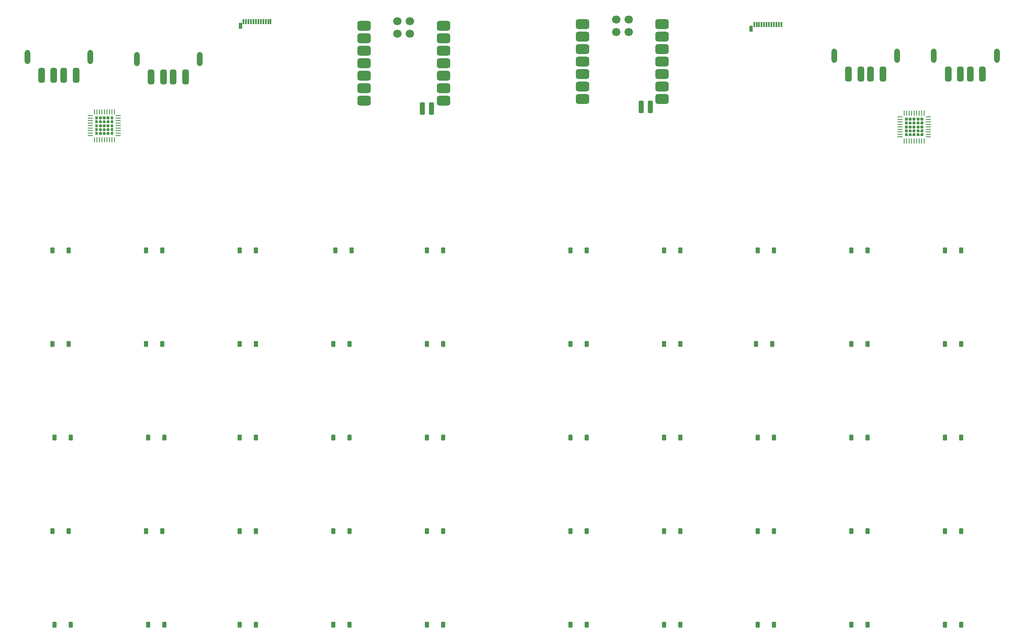
<source format=gbr>
%TF.GenerationSoftware,KiCad,Pcbnew,9.0.2*%
%TF.CreationDate,2025-10-08T19:34:12-05:00*%
%TF.ProjectId,keeb,6b656562-2e6b-4696-9361-645f70636258,rev?*%
%TF.SameCoordinates,Original*%
%TF.FileFunction,Paste,Top*%
%TF.FilePolarity,Positive*%
%FSLAX46Y46*%
G04 Gerber Fmt 4.6, Leading zero omitted, Abs format (unit mm)*
G04 Created by KiCad (PCBNEW 9.0.2) date 2025-10-08 19:34:12*
%MOMM*%
%LPD*%
G01*
G04 APERTURE LIST*
G04 Aperture macros list*
%AMRoundRect*
0 Rectangle with rounded corners*
0 $1 Rounding radius*
0 $2 $3 $4 $5 $6 $7 $8 $9 X,Y pos of 4 corners*
0 Add a 4 corners polygon primitive as box body*
4,1,4,$2,$3,$4,$5,$6,$7,$8,$9,$2,$3,0*
0 Add four circle primitives for the rounded corners*
1,1,$1+$1,$2,$3*
1,1,$1+$1,$4,$5*
1,1,$1+$1,$6,$7*
1,1,$1+$1,$8,$9*
0 Add four rect primitives between the rounded corners*
20,1,$1+$1,$2,$3,$4,$5,0*
20,1,$1+$1,$4,$5,$6,$7,0*
20,1,$1+$1,$6,$7,$8,$9,0*
20,1,$1+$1,$8,$9,$2,$3,0*%
G04 Aperture macros list end*
%ADD10C,0.000000*%
%ADD11R,1.066800X0.254000*%
%ADD12R,0.254000X1.066800*%
%ADD13RoundRect,0.225000X-0.225000X-0.375000X0.225000X-0.375000X0.225000X0.375000X-0.225000X0.375000X0*%
%ADD14O,1.200000X2.900000*%
%ADD15RoundRect,0.325000X0.325000X1.175000X-0.325000X1.175000X-0.325000X-1.175000X0.325000X-1.175000X0*%
%ADD16RoundRect,0.500000X-0.875000X-0.500000X0.875000X-0.500000X0.875000X0.500000X-0.875000X0.500000X0*%
%ADD17RoundRect,0.275000X-0.275000X0.975000X-0.275000X-0.975000X0.275000X-0.975000X0.275000X0.975000X0*%
%ADD18C,1.700000*%
%ADD19R,0.380000X1.000000*%
%ADD20R,0.700000X1.150000*%
G04 APERTURE END LIST*
D10*
%TO.C,U4*%
G36*
X55868900Y-50647479D02*
G01*
X55727479Y-50788900D01*
X55294530Y-50788900D01*
X55294530Y-50214530D01*
X55868900Y-50214530D01*
X55868900Y-50647479D01*
G37*
G36*
X55868900Y-53492521D02*
G01*
X55868900Y-53925470D01*
X55294530Y-53925470D01*
X55294530Y-53351100D01*
X55727479Y-53351100D01*
X55868900Y-53492521D01*
G37*
G36*
X59005470Y-50788900D02*
G01*
X58572521Y-50788900D01*
X58431100Y-50647479D01*
X58431100Y-50214530D01*
X59005470Y-50214530D01*
X59005470Y-50788900D01*
G37*
G36*
X59005470Y-53925470D02*
G01*
X58431100Y-53925470D01*
X58431100Y-53492521D01*
X58572521Y-53351100D01*
X59005470Y-53351100D01*
X59005470Y-53925470D01*
G37*
G36*
X55868900Y-51130321D02*
G01*
X55868900Y-51434879D01*
X55727479Y-51576300D01*
X55294530Y-51576300D01*
X55294530Y-50988900D01*
X55727479Y-50988900D01*
X55868900Y-51130321D01*
G37*
G36*
X55868900Y-51917721D02*
G01*
X55868900Y-52222279D01*
X55727479Y-52363700D01*
X55294530Y-52363700D01*
X55294530Y-51776300D01*
X55727479Y-51776300D01*
X55868900Y-51917721D01*
G37*
G36*
X55868900Y-52705121D02*
G01*
X55868900Y-53009679D01*
X55727479Y-53151100D01*
X55294530Y-53151100D01*
X55294530Y-52563700D01*
X55727479Y-52563700D01*
X55868900Y-52705121D01*
G37*
G36*
X56656300Y-50647479D02*
G01*
X56514879Y-50788900D01*
X56210321Y-50788900D01*
X56068900Y-50647479D01*
X56068900Y-50214530D01*
X56656300Y-50214530D01*
X56656300Y-50647479D01*
G37*
G36*
X56656300Y-53492521D02*
G01*
X56656300Y-53925470D01*
X56068900Y-53925470D01*
X56068900Y-53492521D01*
X56210321Y-53351100D01*
X56514879Y-53351100D01*
X56656300Y-53492521D01*
G37*
G36*
X57443700Y-50647479D02*
G01*
X57302279Y-50788900D01*
X56997721Y-50788900D01*
X56856300Y-50647479D01*
X56856300Y-50214530D01*
X57443700Y-50214530D01*
X57443700Y-50647479D01*
G37*
G36*
X57443700Y-53492521D02*
G01*
X57443700Y-53925470D01*
X56856300Y-53925470D01*
X56856300Y-53492521D01*
X56997721Y-53351100D01*
X57302279Y-53351100D01*
X57443700Y-53492521D01*
G37*
G36*
X58231100Y-50647479D02*
G01*
X58089679Y-50788900D01*
X57785121Y-50788900D01*
X57643700Y-50647479D01*
X57643700Y-50214530D01*
X58231100Y-50214530D01*
X58231100Y-50647479D01*
G37*
G36*
X58231100Y-53492521D02*
G01*
X58231100Y-53925470D01*
X57643700Y-53925470D01*
X57643700Y-53492521D01*
X57785121Y-53351100D01*
X58089679Y-53351100D01*
X58231100Y-53492521D01*
G37*
G36*
X59005470Y-51576300D02*
G01*
X58572521Y-51576300D01*
X58431100Y-51434879D01*
X58431100Y-51130321D01*
X58572521Y-50988900D01*
X59005470Y-50988900D01*
X59005470Y-51576300D01*
G37*
G36*
X59005470Y-52363700D02*
G01*
X58572521Y-52363700D01*
X58431100Y-52222279D01*
X58431100Y-51917721D01*
X58572521Y-51776300D01*
X59005470Y-51776300D01*
X59005470Y-52363700D01*
G37*
G36*
X59005470Y-53151100D02*
G01*
X58572521Y-53151100D01*
X58431100Y-53009679D01*
X58431100Y-52705121D01*
X58572521Y-52563700D01*
X59005470Y-52563700D01*
X59005470Y-53151100D01*
G37*
G36*
X56656300Y-51130321D02*
G01*
X56656300Y-51434879D01*
X56514879Y-51576300D01*
X56210321Y-51576300D01*
X56068900Y-51434879D01*
X56068900Y-51130321D01*
X56210321Y-50988900D01*
X56514879Y-50988900D01*
X56656300Y-51130321D01*
G37*
G36*
X56656300Y-51917721D02*
G01*
X56656300Y-52222279D01*
X56514879Y-52363700D01*
X56210321Y-52363700D01*
X56068900Y-52222279D01*
X56068900Y-51917721D01*
X56210321Y-51776300D01*
X56514879Y-51776300D01*
X56656300Y-51917721D01*
G37*
G36*
X56656300Y-52705121D02*
G01*
X56656300Y-53009679D01*
X56514879Y-53151100D01*
X56210321Y-53151100D01*
X56068900Y-53009679D01*
X56068900Y-52705121D01*
X56210321Y-52563700D01*
X56514879Y-52563700D01*
X56656300Y-52705121D01*
G37*
G36*
X57443700Y-51130321D02*
G01*
X57443700Y-51434879D01*
X57302279Y-51576300D01*
X56997721Y-51576300D01*
X56856300Y-51434879D01*
X56856300Y-51130321D01*
X56997721Y-50988900D01*
X57302279Y-50988900D01*
X57443700Y-51130321D01*
G37*
G36*
X57443700Y-51917721D02*
G01*
X57443700Y-52222279D01*
X57302279Y-52363700D01*
X56997721Y-52363700D01*
X56856300Y-52222279D01*
X56856300Y-51917721D01*
X56997721Y-51776300D01*
X57302279Y-51776300D01*
X57443700Y-51917721D01*
G37*
G36*
X57443700Y-52705121D02*
G01*
X57443700Y-53009679D01*
X57302279Y-53151100D01*
X56997721Y-53151100D01*
X56856300Y-53009679D01*
X56856300Y-52705121D01*
X56997721Y-52563700D01*
X57302279Y-52563700D01*
X57443700Y-52705121D01*
G37*
G36*
X58231100Y-51130321D02*
G01*
X58231100Y-51434879D01*
X58089679Y-51576300D01*
X57785121Y-51576300D01*
X57643700Y-51434879D01*
X57643700Y-51130321D01*
X57785121Y-50988900D01*
X58089679Y-50988900D01*
X58231100Y-51130321D01*
G37*
G36*
X58231100Y-51917721D02*
G01*
X58231100Y-52222279D01*
X58089679Y-52363700D01*
X57785121Y-52363700D01*
X57643700Y-52222279D01*
X57643700Y-51917721D01*
X57785121Y-51776300D01*
X58089679Y-51776300D01*
X58231100Y-51917721D01*
G37*
G36*
X58231100Y-52705121D02*
G01*
X58231100Y-53009679D01*
X58089679Y-53151100D01*
X57785121Y-53151100D01*
X57643700Y-53009679D01*
X57643700Y-52705121D01*
X57785121Y-52563700D01*
X58089679Y-52563700D01*
X58231100Y-52705121D01*
G37*
%TO.C,U3*%
G36*
X220664100Y-50901479D02*
G01*
X220522679Y-51042900D01*
X220089730Y-51042900D01*
X220089730Y-50468530D01*
X220664100Y-50468530D01*
X220664100Y-50901479D01*
G37*
G36*
X220664100Y-53746521D02*
G01*
X220664100Y-54179470D01*
X220089730Y-54179470D01*
X220089730Y-53605100D01*
X220522679Y-53605100D01*
X220664100Y-53746521D01*
G37*
G36*
X223800670Y-51042900D02*
G01*
X223367721Y-51042900D01*
X223226300Y-50901479D01*
X223226300Y-50468530D01*
X223800670Y-50468530D01*
X223800670Y-51042900D01*
G37*
G36*
X223800670Y-54179470D02*
G01*
X223226300Y-54179470D01*
X223226300Y-53746521D01*
X223367721Y-53605100D01*
X223800670Y-53605100D01*
X223800670Y-54179470D01*
G37*
G36*
X220664100Y-51384321D02*
G01*
X220664100Y-51688879D01*
X220522679Y-51830300D01*
X220089730Y-51830300D01*
X220089730Y-51242900D01*
X220522679Y-51242900D01*
X220664100Y-51384321D01*
G37*
G36*
X220664100Y-52171721D02*
G01*
X220664100Y-52476279D01*
X220522679Y-52617700D01*
X220089730Y-52617700D01*
X220089730Y-52030300D01*
X220522679Y-52030300D01*
X220664100Y-52171721D01*
G37*
G36*
X220664100Y-52959121D02*
G01*
X220664100Y-53263679D01*
X220522679Y-53405100D01*
X220089730Y-53405100D01*
X220089730Y-52817700D01*
X220522679Y-52817700D01*
X220664100Y-52959121D01*
G37*
G36*
X221451500Y-50901479D02*
G01*
X221310079Y-51042900D01*
X221005521Y-51042900D01*
X220864100Y-50901479D01*
X220864100Y-50468530D01*
X221451500Y-50468530D01*
X221451500Y-50901479D01*
G37*
G36*
X221451500Y-53746521D02*
G01*
X221451500Y-54179470D01*
X220864100Y-54179470D01*
X220864100Y-53746521D01*
X221005521Y-53605100D01*
X221310079Y-53605100D01*
X221451500Y-53746521D01*
G37*
G36*
X222238900Y-50901479D02*
G01*
X222097479Y-51042900D01*
X221792921Y-51042900D01*
X221651500Y-50901479D01*
X221651500Y-50468530D01*
X222238900Y-50468530D01*
X222238900Y-50901479D01*
G37*
G36*
X222238900Y-53746521D02*
G01*
X222238900Y-54179470D01*
X221651500Y-54179470D01*
X221651500Y-53746521D01*
X221792921Y-53605100D01*
X222097479Y-53605100D01*
X222238900Y-53746521D01*
G37*
G36*
X223026300Y-50901479D02*
G01*
X222884879Y-51042900D01*
X222580321Y-51042900D01*
X222438900Y-50901479D01*
X222438900Y-50468530D01*
X223026300Y-50468530D01*
X223026300Y-50901479D01*
G37*
G36*
X223026300Y-53746521D02*
G01*
X223026300Y-54179470D01*
X222438900Y-54179470D01*
X222438900Y-53746521D01*
X222580321Y-53605100D01*
X222884879Y-53605100D01*
X223026300Y-53746521D01*
G37*
G36*
X223800670Y-51830300D02*
G01*
X223367721Y-51830300D01*
X223226300Y-51688879D01*
X223226300Y-51384321D01*
X223367721Y-51242900D01*
X223800670Y-51242900D01*
X223800670Y-51830300D01*
G37*
G36*
X223800670Y-52617700D02*
G01*
X223367721Y-52617700D01*
X223226300Y-52476279D01*
X223226300Y-52171721D01*
X223367721Y-52030300D01*
X223800670Y-52030300D01*
X223800670Y-52617700D01*
G37*
G36*
X223800670Y-53405100D02*
G01*
X223367721Y-53405100D01*
X223226300Y-53263679D01*
X223226300Y-52959121D01*
X223367721Y-52817700D01*
X223800670Y-52817700D01*
X223800670Y-53405100D01*
G37*
G36*
X221451500Y-51384321D02*
G01*
X221451500Y-51688879D01*
X221310079Y-51830300D01*
X221005521Y-51830300D01*
X220864100Y-51688879D01*
X220864100Y-51384321D01*
X221005521Y-51242900D01*
X221310079Y-51242900D01*
X221451500Y-51384321D01*
G37*
G36*
X221451500Y-52171721D02*
G01*
X221451500Y-52476279D01*
X221310079Y-52617700D01*
X221005521Y-52617700D01*
X220864100Y-52476279D01*
X220864100Y-52171721D01*
X221005521Y-52030300D01*
X221310079Y-52030300D01*
X221451500Y-52171721D01*
G37*
G36*
X221451500Y-52959121D02*
G01*
X221451500Y-53263679D01*
X221310079Y-53405100D01*
X221005521Y-53405100D01*
X220864100Y-53263679D01*
X220864100Y-52959121D01*
X221005521Y-52817700D01*
X221310079Y-52817700D01*
X221451500Y-52959121D01*
G37*
G36*
X222238900Y-51384321D02*
G01*
X222238900Y-51688879D01*
X222097479Y-51830300D01*
X221792921Y-51830300D01*
X221651500Y-51688879D01*
X221651500Y-51384321D01*
X221792921Y-51242900D01*
X222097479Y-51242900D01*
X222238900Y-51384321D01*
G37*
G36*
X222238900Y-52171721D02*
G01*
X222238900Y-52476279D01*
X222097479Y-52617700D01*
X221792921Y-52617700D01*
X221651500Y-52476279D01*
X221651500Y-52171721D01*
X221792921Y-52030300D01*
X222097479Y-52030300D01*
X222238900Y-52171721D01*
G37*
G36*
X222238900Y-52959121D02*
G01*
X222238900Y-53263679D01*
X222097479Y-53405100D01*
X221792921Y-53405100D01*
X221651500Y-53263679D01*
X221651500Y-52959121D01*
X221792921Y-52817700D01*
X222097479Y-52817700D01*
X222238900Y-52959121D01*
G37*
G36*
X223026300Y-51384321D02*
G01*
X223026300Y-51688879D01*
X222884879Y-51830300D01*
X222580321Y-51830300D01*
X222438900Y-51688879D01*
X222438900Y-51384321D01*
X222580321Y-51242900D01*
X222884879Y-51242900D01*
X223026300Y-51384321D01*
G37*
G36*
X223026300Y-52171721D02*
G01*
X223026300Y-52476279D01*
X222884879Y-52617700D01*
X222580321Y-52617700D01*
X222438900Y-52476279D01*
X222438900Y-52171721D01*
X222580321Y-52030300D01*
X222884879Y-52030300D01*
X223026300Y-52171721D01*
G37*
G36*
X223026300Y-52959121D02*
G01*
X223026300Y-53263679D01*
X222884879Y-53405100D01*
X222580321Y-53405100D01*
X222438900Y-53263679D01*
X222438900Y-52959121D01*
X222580321Y-52817700D01*
X222884879Y-52817700D01*
X223026300Y-52959121D01*
G37*
%TD*%
D11*
%TO.C,U4*%
X54305200Y-50038000D03*
X54305200Y-50546000D03*
X54305200Y-51054000D03*
X54305200Y-51562000D03*
X54305200Y-52070000D03*
X54305200Y-52578000D03*
X54305200Y-53086000D03*
X54305200Y-53594000D03*
X54305200Y-54102000D03*
D12*
X55118000Y-54914800D03*
X55626000Y-54914800D03*
X56134000Y-54914800D03*
X56642000Y-54914800D03*
X57150000Y-54914800D03*
X57658000Y-54914800D03*
X58166000Y-54914800D03*
X58674000Y-54914800D03*
X59182000Y-54914800D03*
D11*
X59994800Y-54102000D03*
X59994800Y-53594000D03*
X59994800Y-53086000D03*
X59994800Y-52578000D03*
X59994800Y-52070000D03*
X59994800Y-51562000D03*
X59994800Y-51054000D03*
X59994800Y-50546000D03*
X59994800Y-50038000D03*
D12*
X59182000Y-49225200D03*
X58674000Y-49225200D03*
X58166000Y-49225200D03*
X57658000Y-49225200D03*
X57150000Y-49225200D03*
X56642000Y-49225200D03*
X56134000Y-49225200D03*
X55626000Y-49225200D03*
X55118000Y-49225200D03*
%TD*%
D13*
%TO.C,D26*%
X84710000Y-115570000D03*
X88010000Y-115570000D03*
%TD*%
%TO.C,D7*%
X152020000Y-134620000D03*
X155320000Y-134620000D03*
%TD*%
%TO.C,D19*%
X171070000Y-153670000D03*
X174370000Y-153670000D03*
%TD*%
%TO.C,D27*%
X190120000Y-134620000D03*
X193420000Y-134620000D03*
%TD*%
%TO.C,D22*%
X84710000Y-77470000D03*
X88010000Y-77470000D03*
%TD*%
%TO.C,D31*%
X209170000Y-77470000D03*
X212470000Y-77470000D03*
%TD*%
%TO.C,D18*%
X65660000Y-134620000D03*
X68960000Y-134620000D03*
%TD*%
%TO.C,D46*%
X122810000Y-115570000D03*
X126110000Y-115570000D03*
%TD*%
D14*
%TO.C,J2*%
X54300000Y-38100000D03*
X41500000Y-38100000D03*
D15*
X51400000Y-41800000D03*
X48900000Y-41800000D03*
X46900000Y-41800000D03*
X44400000Y-41800000D03*
%TD*%
D13*
%TO.C,D50*%
X122810000Y-153670000D03*
X126110000Y-153670000D03*
%TD*%
%TO.C,D34*%
X103760000Y-96520000D03*
X107060000Y-96520000D03*
%TD*%
%TO.C,D5*%
X152020000Y-115570000D03*
X155320000Y-115570000D03*
%TD*%
%TO.C,D10*%
X46990000Y-153670000D03*
X50290000Y-153670000D03*
%TD*%
%TO.C,D9*%
X152020000Y-153670000D03*
X155320000Y-153670000D03*
%TD*%
%TO.C,D49*%
X228220000Y-153670000D03*
X231520000Y-153670000D03*
%TD*%
%TO.C,D41*%
X228220000Y-77470000D03*
X231520000Y-77470000D03*
%TD*%
%TO.C,D40*%
X103760000Y-153670000D03*
X107060000Y-153670000D03*
%TD*%
%TO.C,D33*%
X209170000Y-96520000D03*
X212470000Y-96520000D03*
%TD*%
%TO.C,D11*%
X171070000Y-77470000D03*
X174370000Y-77470000D03*
%TD*%
%TO.C,D13*%
X171070000Y-96520000D03*
X174370000Y-96520000D03*
%TD*%
%TO.C,D37*%
X209170000Y-134620000D03*
X212470000Y-134620000D03*
%TD*%
%TO.C,D23*%
X189740000Y-96520000D03*
X193040000Y-96520000D03*
%TD*%
%TO.C,D25*%
X190120000Y-115570000D03*
X193420000Y-115570000D03*
%TD*%
%TO.C,D20*%
X66040000Y-153670000D03*
X69340000Y-153670000D03*
%TD*%
D16*
%TO.C,U1*%
X154505000Y-31428500D03*
X154505000Y-33968500D03*
X154505000Y-36508500D03*
X154505000Y-39048500D03*
X154505000Y-41588500D03*
X154505000Y-44128500D03*
X154505000Y-46668500D03*
X170670000Y-46668500D03*
X170670000Y-44128500D03*
X170670000Y-41588500D03*
X170670000Y-39048500D03*
X170670000Y-36508500D03*
X170670000Y-33968500D03*
X170670000Y-31428500D03*
D17*
X166370000Y-48285400D03*
X168275000Y-48285400D03*
D18*
X161290000Y-30480000D03*
X163830000Y-30480000D03*
X161290000Y-33020000D03*
X163830000Y-33020000D03*
%TD*%
D13*
%TO.C,D36*%
X103760000Y-115570000D03*
X107060000Y-115570000D03*
%TD*%
%TO.C,D4*%
X46610000Y-96520000D03*
X49910000Y-96520000D03*
%TD*%
%TO.C,D48*%
X122810000Y-134620000D03*
X126110000Y-134620000D03*
%TD*%
%TO.C,D16*%
X66040000Y-115570000D03*
X69340000Y-115570000D03*
%TD*%
D11*
%TO.C,U3*%
X219100400Y-50292000D03*
X219100400Y-50800000D03*
X219100400Y-51308000D03*
X219100400Y-51816000D03*
X219100400Y-52324000D03*
X219100400Y-52832000D03*
X219100400Y-53340000D03*
X219100400Y-53848000D03*
X219100400Y-54356000D03*
D12*
X219913200Y-55168800D03*
X220421200Y-55168800D03*
X220929200Y-55168800D03*
X221437200Y-55168800D03*
X221945200Y-55168800D03*
X222453200Y-55168800D03*
X222961200Y-55168800D03*
X223469200Y-55168800D03*
X223977200Y-55168800D03*
D11*
X224790000Y-54356000D03*
X224790000Y-53848000D03*
X224790000Y-53340000D03*
X224790000Y-52832000D03*
X224790000Y-52324000D03*
X224790000Y-51816000D03*
X224790000Y-51308000D03*
X224790000Y-50800000D03*
X224790000Y-50292000D03*
D12*
X223977200Y-49479200D03*
X223469200Y-49479200D03*
X222961200Y-49479200D03*
X222453200Y-49479200D03*
X221945200Y-49479200D03*
X221437200Y-49479200D03*
X220929200Y-49479200D03*
X220421200Y-49479200D03*
X219913200Y-49479200D03*
%TD*%
D13*
%TO.C,D32*%
X104140000Y-77470000D03*
X107440000Y-77470000D03*
%TD*%
%TO.C,D39*%
X209170000Y-153670000D03*
X212470000Y-153670000D03*
%TD*%
%TO.C,D17*%
X171070000Y-134620000D03*
X174370000Y-134620000D03*
%TD*%
D16*
%TO.C,U2*%
X110000000Y-31750000D03*
X110000000Y-34290000D03*
X110000000Y-36830000D03*
X110000000Y-39370000D03*
X110000000Y-41910000D03*
X110000000Y-44450000D03*
X110000000Y-46990000D03*
X126165000Y-46990000D03*
X126165000Y-44450000D03*
X126165000Y-41910000D03*
X126165000Y-39370000D03*
X126165000Y-36830000D03*
X126165000Y-34290000D03*
X126165000Y-31750000D03*
D17*
X121865000Y-48606900D03*
X123770000Y-48606900D03*
D18*
X116785000Y-30801500D03*
X119325000Y-30801500D03*
X116785000Y-33341500D03*
X119325000Y-33341500D03*
%TD*%
D13*
%TO.C,D6*%
X46990000Y-115570000D03*
X50290000Y-115570000D03*
%TD*%
%TO.C,D2*%
X46610000Y-77470000D03*
X49910000Y-77470000D03*
%TD*%
%TO.C,D45*%
X228220000Y-115570000D03*
X231520000Y-115570000D03*
%TD*%
D19*
%TO.C,P2*%
X85506000Y-30910000D03*
X86006000Y-30910000D03*
X86506000Y-30910000D03*
X87006000Y-30910000D03*
X87506000Y-30910000D03*
X88006000Y-30910000D03*
X88506000Y-30910000D03*
X89006000Y-30910000D03*
X89506000Y-30910000D03*
X90006000Y-30910000D03*
X90506000Y-30910000D03*
X91006000Y-30910000D03*
D20*
X84836000Y-31750000D03*
%TD*%
D13*
%TO.C,D24*%
X84710000Y-96520000D03*
X88010000Y-96520000D03*
%TD*%
%TO.C,D28*%
X84710000Y-134620000D03*
X88010000Y-134620000D03*
%TD*%
D14*
%TO.C,J3*%
X218490000Y-37840000D03*
X205690000Y-37840000D03*
D15*
X215590000Y-41540000D03*
X213090000Y-41540000D03*
X211090000Y-41540000D03*
X208590000Y-41540000D03*
%TD*%
D13*
%TO.C,D44*%
X122810000Y-96520000D03*
X126110000Y-96520000D03*
%TD*%
%TO.C,D43*%
X228220000Y-96520000D03*
X231520000Y-96520000D03*
%TD*%
%TO.C,D21*%
X190120000Y-77470000D03*
X193420000Y-77470000D03*
%TD*%
%TO.C,D38*%
X103760000Y-134620000D03*
X107060000Y-134620000D03*
%TD*%
%TO.C,D12*%
X65660000Y-77470000D03*
X68960000Y-77470000D03*
%TD*%
%TO.C,D30*%
X84710000Y-153670000D03*
X88010000Y-153670000D03*
%TD*%
D14*
%TO.C,J1*%
X238760000Y-37840000D03*
X225960000Y-37840000D03*
D15*
X235860000Y-41540000D03*
X233360000Y-41540000D03*
X231360000Y-41540000D03*
X228860000Y-41540000D03*
%TD*%
D13*
%TO.C,D29*%
X190120000Y-153670000D03*
X193420000Y-153670000D03*
%TD*%
%TO.C,D15*%
X171070000Y-115570000D03*
X174370000Y-115570000D03*
%TD*%
%TO.C,D1*%
X152020000Y-77470000D03*
X155320000Y-77470000D03*
%TD*%
%TO.C,D47*%
X228220000Y-134620000D03*
X231520000Y-134620000D03*
%TD*%
D14*
%TO.C,J4*%
X76600000Y-38475000D03*
X63800000Y-38475000D03*
D15*
X73700000Y-42175000D03*
X71200000Y-42175000D03*
X69200000Y-42175000D03*
X66700000Y-42175000D03*
%TD*%
D19*
%TO.C,P1*%
X189410000Y-31496000D03*
X189910000Y-31496000D03*
X190410000Y-31496000D03*
X190910000Y-31496000D03*
X191410000Y-31496000D03*
X191910000Y-31496000D03*
X192410000Y-31496000D03*
X192910000Y-31496000D03*
X193410000Y-31496000D03*
X193910000Y-31496000D03*
X194410000Y-31496000D03*
X194910000Y-31496000D03*
D20*
X188740000Y-32336000D03*
%TD*%
D13*
%TO.C,D8*%
X46610000Y-134620000D03*
X49910000Y-134620000D03*
%TD*%
%TO.C,D35*%
X209170000Y-115570000D03*
X212470000Y-115570000D03*
%TD*%
%TO.C,D3*%
X152020000Y-96520000D03*
X155320000Y-96520000D03*
%TD*%
%TO.C,D42*%
X122810000Y-77470000D03*
X126110000Y-77470000D03*
%TD*%
%TO.C,D14*%
X65660000Y-96520000D03*
X68960000Y-96520000D03*
%TD*%
M02*

</source>
